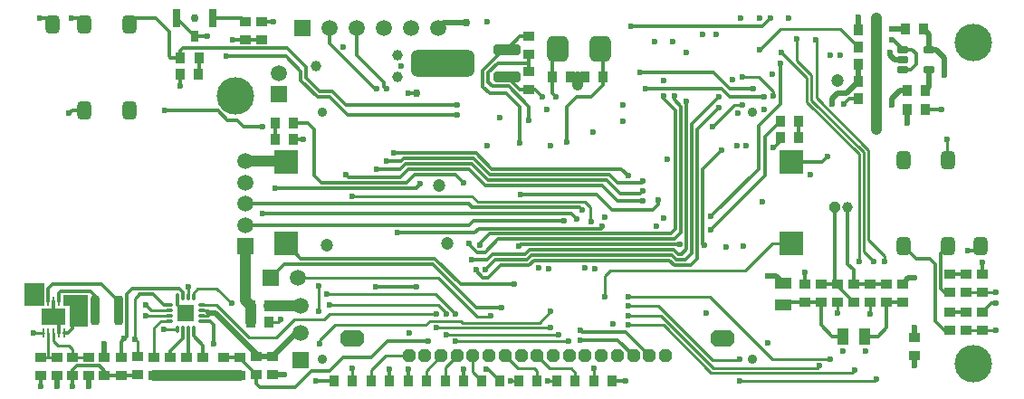
<source format=gtl>
%FSLAX25Y25*%
%MOIN*%
G70*
G01*
G75*
G04 Layer_Physical_Order=1*
G04 Layer_Color=255*
%ADD10R,0.08661X0.05906*%
%ADD11O,0.00984X0.03347*%
%ADD12O,0.03150X0.01181*%
%ADD13O,0.01181X0.03150*%
%ADD14R,0.06299X0.06299*%
%ADD15R,0.03937X0.03543*%
%ADD16C,0.03000*%
G04:AMPARAMS|DCode=17|XSize=236.22mil|YSize=98.43mil|CornerRadius=24.61mil|HoleSize=0mil|Usage=FLASHONLY|Rotation=0.000|XOffset=0mil|YOffset=0mil|HoleType=Round|Shape=RoundedRectangle|*
%AMROUNDEDRECTD17*
21,1,0.23622,0.04921,0,0,0.0*
21,1,0.18701,0.09843,0,0,0.0*
1,1,0.04921,0.09350,-0.02461*
1,1,0.04921,-0.09350,-0.02461*
1,1,0.04921,-0.09350,0.02461*
1,1,0.04921,0.09350,0.02461*
%
%ADD17ROUNDEDRECTD17*%
G04:AMPARAMS|DCode=18|XSize=98.43mil|YSize=39.37mil|CornerRadius=9.84mil|HoleSize=0mil|Usage=FLASHONLY|Rotation=0.000|XOffset=0mil|YOffset=0mil|HoleType=Round|Shape=RoundedRectangle|*
%AMROUNDEDRECTD18*
21,1,0.09843,0.01969,0,0,0.0*
21,1,0.07874,0.03937,0,0,0.0*
1,1,0.01969,0.03937,-0.00984*
1,1,0.01969,-0.03937,-0.00984*
1,1,0.01969,-0.03937,0.00984*
1,1,0.01969,0.03937,0.00984*
%
%ADD18ROUNDEDRECTD18*%
G04:AMPARAMS|DCode=19|XSize=78.74mil|YSize=94.49mil|CornerRadius=19.69mil|HoleSize=0mil|Usage=FLASHONLY|Rotation=180.000|XOffset=0mil|YOffset=0mil|HoleType=Round|Shape=RoundedRectangle|*
%AMROUNDEDRECTD19*
21,1,0.07874,0.05512,0,0,180.0*
21,1,0.03937,0.09449,0,0,180.0*
1,1,0.03937,-0.01969,0.02756*
1,1,0.03937,0.01969,0.02756*
1,1,0.03937,0.01969,-0.02756*
1,1,0.03937,-0.01969,-0.02756*
%
%ADD19ROUNDEDRECTD19*%
%ADD20R,0.03543X0.03937*%
%ADD21R,0.03150X0.06693*%
%ADD22R,0.03150X0.04331*%
%ADD23R,0.09000X0.09000*%
%ADD24R,0.04331X0.05906*%
%ADD25R,0.05906X0.04331*%
G04:AMPARAMS|DCode=26|XSize=51.18mil|YSize=64.96mil|CornerRadius=12.8mil|HoleSize=0mil|Usage=FLASHONLY|Rotation=0.000|XOffset=0mil|YOffset=0mil|HoleType=Round|Shape=RoundedRectangle|*
%AMROUNDEDRECTD26*
21,1,0.05118,0.03937,0,0,0.0*
21,1,0.02559,0.06496,0,0,0.0*
1,1,0.02559,0.01280,-0.01969*
1,1,0.02559,-0.01280,-0.01969*
1,1,0.02559,-0.01280,0.01969*
1,1,0.02559,0.01280,0.01969*
%
%ADD26ROUNDEDRECTD26*%
G04:AMPARAMS|DCode=27|XSize=31.5mil|YSize=106.3mil|CornerRadius=7.87mil|HoleSize=0mil|Usage=FLASHONLY|Rotation=180.000|XOffset=0mil|YOffset=0mil|HoleType=Round|Shape=RoundedRectangle|*
%AMROUNDEDRECTD27*
21,1,0.03150,0.09055,0,0,180.0*
21,1,0.01575,0.10630,0,0,180.0*
1,1,0.01575,-0.00787,0.04528*
1,1,0.01575,0.00787,0.04528*
1,1,0.01575,0.00787,-0.04528*
1,1,0.01575,-0.00787,-0.04528*
%
%ADD27ROUNDEDRECTD27*%
G04:AMPARAMS|DCode=28|XSize=25.59mil|YSize=43.31mil|CornerRadius=6.4mil|HoleSize=0mil|Usage=FLASHONLY|Rotation=90.000|XOffset=0mil|YOffset=0mil|HoleType=Round|Shape=RoundedRectangle|*
%AMROUNDEDRECTD28*
21,1,0.02559,0.03051,0,0,90.0*
21,1,0.01280,0.04331,0,0,90.0*
1,1,0.01280,0.01526,0.00640*
1,1,0.01280,0.01526,-0.00640*
1,1,0.01280,-0.01526,-0.00640*
1,1,0.01280,-0.01526,0.00640*
%
%ADD28ROUNDEDRECTD28*%
%ADD29C,0.01181*%
%ADD30C,0.01969*%
%ADD31C,0.01000*%
%ADD32C,0.03937*%
%ADD33C,0.03902*%
%ADD34C,0.02953*%
%ADD35C,0.03543*%
G04:AMPARAMS|DCode=36|XSize=86.61mil|YSize=59.06mil|CornerRadius=0mil|HoleSize=0mil|Usage=FLASHONLY|Rotation=0.000|XOffset=0mil|YOffset=0mil|HoleType=Round|Shape=Octagon|*
%AMOCTAGOND36*
4,1,8,0.04331,-0.01476,0.04331,0.01476,0.02854,0.02953,-0.02854,0.02953,-0.04331,0.01476,-0.04331,-0.01476,-0.02854,-0.02953,0.02854,-0.02953,0.04331,-0.01476,0.0*
%
%ADD36OCTAGOND36*%

%ADD37P,0.05114X8X22.5*%
%ADD38C,0.13780*%
%ADD39C,0.05906*%
%ADD40R,0.05906X0.05906*%
%ADD41P,0.04261X8X22.5*%
%ADD42C,0.03937*%
%ADD43R,0.05906X0.05906*%
%ADD44C,0.01969*%
%ADD45C,0.02362*%
%ADD46C,0.04724*%
G36*
X24500Y-45500D02*
X18000D01*
Y-38000D01*
X15500D01*
Y-34000D01*
X24500D01*
Y-45500D01*
D02*
G37*
G36*
X8500Y-38000D02*
X1204D01*
Y-29500D01*
X8500D01*
Y-38000D01*
D02*
G37*
D10*
X12000Y-42000D02*
D03*
D11*
X15937Y-47905D02*
D03*
X13969D02*
D03*
X12000D02*
D03*
X10031D02*
D03*
X8063D02*
D03*
Y-36094D02*
D03*
X10031D02*
D03*
X12000D02*
D03*
X13969D02*
D03*
X15937D02*
D03*
D12*
X66405Y-43453D02*
D03*
Y-41484D02*
D03*
Y-39516D02*
D03*
Y-37547D02*
D03*
X54594D02*
D03*
Y-39516D02*
D03*
Y-41484D02*
D03*
Y-43453D02*
D03*
D13*
X63453Y-34595D02*
D03*
X61484D02*
D03*
X59516D02*
D03*
X57547D02*
D03*
Y-46406D02*
D03*
X59516D02*
D03*
X61484D02*
D03*
X63453D02*
D03*
D14*
X60500Y-40500D02*
D03*
D15*
X30700Y-56709D02*
D03*
Y-63402D02*
D03*
X187000Y48346D02*
D03*
Y41654D02*
D03*
Y54654D02*
D03*
Y61347D02*
D03*
X13122Y-56709D02*
D03*
Y-63402D02*
D03*
X19000Y-56709D02*
D03*
Y-63402D02*
D03*
X7122Y-56709D02*
D03*
Y-63402D02*
D03*
X67000Y-56709D02*
D03*
Y-63402D02*
D03*
X61000Y-56709D02*
D03*
Y-63402D02*
D03*
X49000Y-56709D02*
D03*
Y-63402D02*
D03*
X55000Y-56709D02*
D03*
Y-63402D02*
D03*
X36800D02*
D03*
Y-56709D02*
D03*
X42800Y-63346D02*
D03*
Y-56653D02*
D03*
X329000Y-49654D02*
D03*
Y-56346D02*
D03*
X82500Y66847D02*
D03*
Y60154D02*
D03*
X25000Y-63402D02*
D03*
Y-56709D02*
D03*
X324500Y-36402D02*
D03*
Y-29709D02*
D03*
X318500Y-29709D02*
D03*
Y-36402D02*
D03*
X294500Y-36402D02*
D03*
Y-29709D02*
D03*
X288500Y-29709D02*
D03*
Y-36402D02*
D03*
X312500Y-29709D02*
D03*
Y-36402D02*
D03*
X306500Y-29709D02*
D03*
Y-36402D02*
D03*
X300500Y-29709D02*
D03*
Y-36402D02*
D03*
X348000Y-26098D02*
D03*
Y-32791D02*
D03*
Y-40098D02*
D03*
Y-46791D02*
D03*
X354000Y-26098D02*
D03*
Y-32791D02*
D03*
Y-40098D02*
D03*
Y-46791D02*
D03*
X342000Y-32791D02*
D03*
Y-26098D02*
D03*
Y-46791D02*
D03*
Y-40098D02*
D03*
X88500Y66847D02*
D03*
Y60154D02*
D03*
X74500Y-56709D02*
D03*
Y-63402D02*
D03*
X86500Y-63346D02*
D03*
Y-56653D02*
D03*
X80500Y-63402D02*
D03*
Y-56709D02*
D03*
X92500Y-63346D02*
D03*
Y-56653D02*
D03*
D16*
X145500Y40500D02*
D03*
X164000Y66500D02*
D03*
D17*
X155189Y51500D02*
D03*
D18*
X178811Y56500D02*
D03*
Y46500D02*
D03*
D19*
X213374Y56945D02*
D03*
X197626D02*
D03*
D20*
X202346Y46445D02*
D03*
X195653D02*
D03*
X207653D02*
D03*
X214346D02*
D03*
X84654Y-38000D02*
D03*
X91347D02*
D03*
X314846Y38500D02*
D03*
X308154D02*
D03*
X93654Y23500D02*
D03*
X100347D02*
D03*
X286347Y24000D02*
D03*
X279654D02*
D03*
X93654Y29500D02*
D03*
X100347D02*
D03*
X286347Y30000D02*
D03*
X279654D02*
D03*
X314791Y57435D02*
D03*
X308099D02*
D03*
X314791Y63799D02*
D03*
X308099D02*
D03*
X314791Y51071D02*
D03*
X308098D02*
D03*
X314791Y44707D02*
D03*
X308099D02*
D03*
X210966Y-65555D02*
D03*
X217659D02*
D03*
X128841D02*
D03*
X135534D02*
D03*
X121846Y-65555D02*
D03*
X115154D02*
D03*
X149222D02*
D03*
X142528D02*
D03*
X156216Y-65555D02*
D03*
X162909D02*
D03*
X169653Y-65500D02*
D03*
X176347D02*
D03*
X189848D02*
D03*
X183155D02*
D03*
X197278Y-65555D02*
D03*
X203972D02*
D03*
X91347Y-44000D02*
D03*
X84654D02*
D03*
X65402Y53500D02*
D03*
X58709D02*
D03*
X65346Y47500D02*
D03*
X58653D02*
D03*
X326098Y41500D02*
D03*
X332791D02*
D03*
X325598Y64000D02*
D03*
X332291D02*
D03*
X332791Y34500D02*
D03*
X326098D02*
D03*
D21*
X57307Y68000D02*
D03*
X70693D02*
D03*
D22*
X64000Y61504D02*
D03*
D23*
X283500Y-15000D02*
D03*
Y15000D02*
D03*
X97500Y-15000D02*
D03*
Y15000D02*
D03*
D24*
X302563Y-49055D02*
D03*
X310437D02*
D03*
D25*
X280500Y-37492D02*
D03*
Y-29618D02*
D03*
D26*
X11417Y65748D02*
D03*
X39764D02*
D03*
X23228D02*
D03*
X39764Y34252D02*
D03*
X23228D02*
D03*
X341272Y15748D02*
D03*
X324736D02*
D03*
X341272Y-15748D02*
D03*
X324736D02*
D03*
X353083D02*
D03*
D27*
X35831Y-39500D02*
D03*
X27169D02*
D03*
D28*
X324720Y56587D02*
D03*
Y52846D02*
D03*
X324720Y49106D02*
D03*
X334169D02*
D03*
Y56587D02*
D03*
D29*
X19000Y-46100D02*
Y-43500D01*
X17195Y-47905D02*
X19000Y-46100D01*
X15937Y-47905D02*
X17195D01*
X36800Y-63402D02*
X42745D01*
X30700D02*
X36800D01*
X42745D02*
X42800Y-63346D01*
X19000Y-63402D02*
Y-61400D01*
X20400Y-60000D01*
X28900D01*
X30700Y-61800D01*
Y-63402D02*
Y-61800D01*
X36800Y-56709D02*
Y-51200D01*
X38000Y-50000D01*
X48500Y-33500D02*
X52547Y-37547D01*
X43600Y-33500D02*
X48500D01*
X52547Y-37547D02*
X54594D01*
X41000Y-31500D02*
X58221D01*
X38900Y-33600D02*
X41000Y-31500D01*
X38900Y-49100D02*
Y-33600D01*
X38000Y-50000D02*
X38900Y-49100D01*
X320500Y60000D02*
X321307D01*
X324720Y56587D01*
X327913D01*
X329500Y55000D01*
Y51000D02*
Y55000D01*
X327606Y49106D02*
X329500Y51000D01*
X324720Y49106D02*
X327606D01*
X332791Y34500D02*
X339000D01*
X305000Y38500D02*
X308154D01*
X303000Y36500D02*
X305000Y38500D01*
X306500Y-29709D02*
X318500D01*
X306500Y-29709D02*
Y-24500D01*
X304362Y-22362D02*
X306500Y-24500D01*
X304362Y-22362D02*
Y-1575D01*
X299638Y-28846D02*
Y-1575D01*
Y-28846D02*
X300500Y-29709D01*
X288500Y-29709D02*
Y-25500D01*
X310437Y-49055D02*
X315445D01*
X318500Y-46000D01*
Y-36402D01*
X298555Y-49055D02*
X302563D01*
X294500Y-45000D02*
X298555Y-49055D01*
X294500Y-45000D02*
Y-36402D01*
X280500Y-37492D02*
X281591Y-36402D01*
X288500D01*
X288500Y-36402D01*
X294500D01*
Y-29709D02*
X300500D01*
Y-30402D02*
Y-29709D01*
Y-30402D02*
X306500Y-36402D01*
X318500Y-36402D02*
X318500Y-36402D01*
X324500D01*
X339791Y-46791D02*
X342000D01*
X336500Y-43500D02*
X339791Y-46791D01*
X336500Y-43500D02*
Y-22500D01*
X334500Y-20500D02*
X336500Y-22500D01*
X329488Y-20500D02*
X334500D01*
X324736Y-15748D02*
X329488Y-20500D01*
X357098Y-37000D02*
X359000D01*
X354000Y-40098D02*
X357098Y-37000D01*
X342000Y-40098D02*
X348000D01*
X339791Y-32791D02*
X342000D01*
X338500Y-31500D02*
X339791Y-32791D01*
X338500Y-31500D02*
Y-18520D01*
X341272Y-15748D01*
X348500Y-17500D02*
X351331D01*
X353083Y-15748D01*
X354000Y-26098D02*
Y-22000D01*
X342000Y-26098D02*
X348000D01*
X257941Y42059D02*
X261000Y39000D01*
X273500D01*
X255000Y48000D02*
X261000Y42000D01*
X269500D01*
X273000Y65000D02*
X276000Y68000D01*
X224500Y65000D02*
X273000D01*
X19000Y-67500D02*
Y-63402D01*
X7122Y-67378D02*
Y-63402D01*
X228000Y48000D02*
X255000D01*
X230059Y42059D02*
X257941D01*
X230000Y42000D02*
X230059Y42059D01*
X245000Y-17000D02*
Y37500D01*
X279500Y36342D02*
Y51500D01*
X271500Y28343D02*
X279500Y36342D01*
X271500Y12500D02*
Y28343D01*
X254000Y-5000D02*
X271500Y12500D01*
X234500Y-500D02*
Y1000D01*
X274000Y24346D02*
X279654Y30000D01*
X274000Y10000D02*
Y24346D01*
X254000Y-10000D02*
X274000Y10000D01*
X232500Y-2500D02*
X234500Y-500D01*
X217500Y-2500D02*
X232500D01*
X212000Y3000D02*
X217500Y-2500D01*
X184000Y3000D02*
X212000D01*
X219642Y858D02*
X228858D01*
X214000Y6500D02*
X219642Y858D01*
X171000Y6500D02*
X214000D01*
X165032Y12468D02*
X171000Y6500D01*
X171784Y8500D02*
X215500D01*
X165847Y14437D02*
X171784Y8500D01*
X172568Y10500D02*
X216500D01*
X166662Y16406D02*
X172568Y10500D01*
X173352Y12500D02*
X221000D01*
X167478Y18374D02*
X173352Y12500D01*
X215500Y8500D02*
X220500Y3500D01*
X216500Y10500D02*
X219563Y7437D01*
X221000Y12500D02*
X223500Y10000D01*
X220500Y3500D02*
X228000D01*
X219563Y7437D02*
X228437D01*
X229000Y8000D01*
X201000Y22500D02*
Y35500D01*
X204500Y39000D01*
X210000D01*
X214346Y43346D01*
Y46445D01*
X195653Y40346D02*
Y46445D01*
Y40346D02*
X197000Y39000D01*
X179500Y43000D02*
X187000Y35500D01*
Y30500D02*
Y35500D01*
X183500Y22000D02*
Y35500D01*
X189347Y41654D02*
X192000Y39000D01*
X187000Y41654D02*
X189347D01*
X120216Y32500D02*
X160500D01*
X113685Y39031D02*
X120216Y32500D01*
X109185Y39031D02*
X113685D01*
X103032Y45185D02*
X109185Y39031D01*
X119500Y36000D02*
X160500D01*
X105000Y46000D02*
X110000Y41000D01*
X114500D02*
X119500Y36000D01*
X110000Y41000D02*
X114500D01*
X103032Y45185D02*
Y48469D01*
X97500Y54000D02*
X103032Y48469D01*
X75500Y54000D02*
X97500D01*
X105000Y46000D02*
Y50000D01*
X98000Y57000D02*
X105000Y50000D01*
X142500Y40500D02*
X145500D01*
X137126Y18374D02*
X167478D01*
X123500Y54618D02*
Y64500D01*
Y54618D02*
X133559Y44559D01*
Y42941D02*
Y44559D01*
Y42941D02*
X134500Y42000D01*
Y15500D02*
X139932D01*
X140838Y16406D01*
X166662D01*
X113500Y58881D02*
Y64500D01*
Y58881D02*
X130381Y42000D01*
X131000D01*
Y12500D02*
X139716D01*
X141653Y14437D01*
X165847D01*
X228000Y3500D02*
X229000Y4500D01*
X119500Y10500D02*
X120500Y9500D01*
X139500D01*
X142469Y12468D01*
X165032D01*
X59500Y57000D02*
X98000D01*
X58709Y56209D02*
X59500Y57000D01*
X58709Y53500D02*
Y56209D01*
X54500Y54000D02*
Y63000D01*
Y54000D02*
X55000Y53500D01*
X58709D01*
X64000Y61504D02*
X68496D01*
X63803D02*
X64000D01*
X57307Y68000D02*
X63803Y61504D01*
X88500Y66847D02*
X92847D01*
X81346Y68000D02*
X82500Y66847D01*
X70693Y68000D02*
X81346D01*
X7000D02*
X9165D01*
X11417Y65748D01*
X58653Y43154D02*
Y47500D01*
X49500Y68000D02*
X54500Y63000D01*
X42016Y68000D02*
X49500D01*
X39764Y65748D02*
X42016Y68000D01*
X18500D02*
X20976D01*
X23228Y65748D01*
X65346Y47500D02*
X65402Y47555D01*
Y53500D01*
X18752Y34252D02*
X23228D01*
X17500Y33000D02*
X18752Y34252D01*
X53000Y34000D02*
X72418D01*
X75918Y30500D01*
X79500D01*
X82000Y28000D01*
X89000D01*
X82500Y60154D02*
X88500D01*
X78154D02*
X82500D01*
X78000Y60000D02*
X78154Y60154D01*
X93532Y5531D02*
X145531D01*
X147000Y7000D01*
X110500Y7500D02*
X142000D01*
X108000Y10000D02*
X110500Y7500D01*
X108000Y10000D02*
Y27000D01*
X142000Y7500D02*
X145000Y10500D01*
X160000D01*
X100347Y29500D02*
X105500D01*
X108000Y27000D01*
X160000Y10500D02*
X163000Y7500D01*
X100347Y23500D02*
X104000D01*
X93654D02*
Y29500D01*
X166000Y-1500D02*
X205500D01*
X164752Y-252D02*
X166000Y-1500D01*
X82500Y-252D02*
X164752D01*
X166500Y-6500D02*
X200000D01*
X164874Y-8126D02*
X166500Y-6500D01*
X82500Y-8126D02*
X164874D01*
X168637Y-9363D02*
X213637D01*
X167000Y-11000D02*
X168637Y-9363D01*
X138500Y-11000D02*
X167000D01*
X286347Y24000D02*
Y30000D01*
X295000Y15000D02*
X297000Y17000D01*
X283500Y15000D02*
X295000D01*
X135534Y-65555D02*
Y-61034D01*
X142528Y-65555D02*
Y-61028D01*
X162909Y-65555D02*
Y-61091D01*
X171153Y-61154D02*
X172000D01*
X176347Y-65500D01*
X217659Y-65555D02*
X222445D01*
X130500Y-31000D02*
X145500D01*
X12000Y-42000D02*
Y-36094D01*
Y-42000D02*
X13969Y-43968D01*
Y-47905D02*
Y-43968D01*
X58531Y-38532D02*
X60500Y-40500D01*
X57547Y-37547D02*
X58531Y-38532D01*
X57547Y-37547D02*
Y-34595D01*
X59516Y-34595D02*
Y-32795D01*
X58221Y-31500D02*
X59516Y-32795D01*
X214000Y-9000D02*
Y-8500D01*
X213637Y-9363D02*
X214000Y-9000D01*
X135000Y-51000D02*
X150000D01*
X129000Y-57000D02*
X135000Y-51000D01*
X118500Y-57000D02*
X129000D01*
X113500Y-62000D02*
X118500Y-57000D01*
X106854Y-62000D02*
X113500D01*
X100854Y-68000D02*
X106854Y-62000D01*
X88000Y-68000D02*
X100854D01*
X86500Y-66500D02*
X88000Y-68000D01*
X86500Y-66500D02*
Y-63346D01*
X108555Y-65555D02*
X115154D01*
X161784Y-30000D02*
X181500D01*
X152315Y-20531D02*
X161784Y-30000D01*
X103032Y-20531D02*
X152315D01*
X97500Y-15000D02*
X103032Y-20531D01*
X167500Y-38500D02*
X177000D01*
X151500Y-22500D02*
X167500Y-38500D01*
X97000Y-22500D02*
X151500D01*
X92000Y-27500D02*
X97000Y-22500D01*
X214346Y46445D02*
Y55972D01*
X213374Y56945D02*
X214346Y55972D01*
X195653Y46445D02*
Y54972D01*
X197626Y56945D01*
X178500Y40500D02*
X183500Y35500D01*
X172500Y40500D02*
X178500D01*
X170031Y42968D02*
X172500Y40500D01*
X170031Y48815D02*
X177716Y56500D01*
X178811D01*
X170031Y42968D02*
Y48815D01*
X178811Y56500D02*
X183658Y61347D01*
X187000D01*
Y51500D02*
Y54654D01*
Y48346D02*
Y51500D01*
X173500Y43000D02*
X179500D01*
X172000Y44500D02*
X173500Y43000D01*
X172000Y44500D02*
Y48000D01*
X175500Y51500D01*
X187000D01*
X183658Y41654D02*
X187000D01*
X178811Y46500D02*
X183658Y41654D01*
X219587Y-50500D02*
X225433Y-56346D01*
X206000Y-50500D02*
X219587D01*
X222551Y-47559D02*
X231339Y-56346D01*
X206449Y-47559D02*
X222551D01*
X205890Y-47000D02*
X206449Y-47559D01*
X244600Y-23000D02*
X246500D01*
X244468Y-22869D02*
X244600Y-23000D01*
X240401Y-22869D02*
X244468D01*
X238706Y-21174D02*
X240401Y-22869D01*
X188731Y-21174D02*
X238706D01*
X186905Y-23000D02*
X188731Y-21174D01*
X176500Y-23000D02*
X186905D01*
X243300Y-20900D02*
X244600D01*
X174600D02*
X186221D01*
X243268Y-20868D02*
X243300Y-20900D01*
X241185Y-20868D02*
X243268D01*
X239522Y-19206D02*
X241185Y-20868D01*
X187915Y-19206D02*
X239522D01*
X186221Y-20900D02*
X187915Y-19206D01*
X171000Y-24500D02*
X174600Y-20900D01*
X244600D02*
X247031Y-18469D01*
X243100Y-18900D02*
X245000Y-17000D01*
X242000Y-18900D02*
X243100D01*
X240337Y-17237D02*
X242000Y-18900D01*
X187100Y-17237D02*
X240337D01*
X185437Y-18900D02*
X187100Y-17237D01*
X173600Y-18900D02*
X185437D01*
X171500Y-21000D02*
X173600Y-18900D01*
X251000Y-15300D02*
Y12500D01*
Y-15300D02*
X251100Y-15400D01*
X242369Y-15269D02*
X242400Y-15300D01*
X183932Y-15269D02*
X242369D01*
X183300Y-15900D02*
X183932Y-15269D01*
X246500Y-23000D02*
X249000Y-20500D01*
X239169Y-11332D02*
X241000Y-9500D01*
X172669Y-11332D02*
X239169D01*
X240700Y-13300D02*
X243000Y-11000D01*
X169000Y-15000D02*
X172669Y-11332D01*
X175700Y-13300D02*
X240700D01*
X170941Y-18059D02*
X175700Y-13300D01*
X172000Y-27500D02*
X176500Y-23000D01*
X166000Y-21000D02*
X171500D01*
X167940Y-18059D02*
X170941D01*
X165000Y-15119D02*
X167940Y-18059D01*
X165000Y-15119D02*
Y-15000D01*
X169000Y-15500D02*
Y-15000D01*
X89059Y-3941D02*
X202441D01*
X204500Y-6000D01*
X89000Y-4000D02*
X89059Y-3941D01*
X205500Y-1500D02*
X206500Y-2500D01*
X251000Y12500D02*
X258000Y19500D01*
X247031Y29032D02*
X257000Y39000D01*
X247031Y-18469D02*
Y29032D01*
X249000Y27000D02*
X257000Y35000D01*
X249000Y-20500D02*
Y27000D01*
X240500Y38000D02*
X243000Y35500D01*
Y-11000D02*
Y35500D01*
X236500Y38500D02*
X241000Y34000D01*
Y-9500D02*
Y34000D01*
X236500Y38500D02*
Y39500D01*
X240500Y38000D02*
Y39500D01*
X170000Y-27500D02*
X172000D01*
X167500Y-25000D02*
X170000Y-27500D01*
X167500Y-25000D02*
Y-24500D01*
X66405Y-43453D02*
X69453D01*
X71000Y-45000D01*
Y-52000D02*
Y-45000D01*
X74500Y-56709D02*
X80500D01*
Y-57346D02*
Y-56709D01*
Y-57346D02*
X86500Y-63346D01*
X67000Y-56709D02*
Y-52500D01*
X63453Y-48953D02*
X67000Y-52500D01*
X63453Y-48953D02*
Y-46406D01*
X61000Y-56709D02*
X61484Y-56224D01*
Y-46406D01*
X55000Y-56709D02*
Y-54500D01*
X59516Y-49984D01*
Y-46406D01*
X59516Y-34595D02*
X59516Y-34595D01*
X10031Y-36094D02*
Y-31468D01*
X11500Y-30000D01*
X29500D01*
X35831Y-36331D01*
Y-39500D02*
Y-36331D01*
X14500Y-32500D02*
X25500D01*
X13969Y-33031D02*
X14500Y-32500D01*
X13969Y-36094D02*
Y-33031D01*
X25500Y-32500D02*
X27169Y-34169D01*
Y-39500D02*
Y-34169D01*
D30*
X30700Y-56709D02*
Y-51700D01*
X25000Y-67400D02*
Y-63402D01*
X308098Y51071D02*
X308099Y51071D01*
Y44707D02*
Y51071D01*
X298500Y36500D02*
Y38500D01*
X300500Y40500D01*
X303891D01*
X308099Y44707D01*
Y63799D02*
Y68401D01*
X320500Y36000D02*
Y38500D01*
X323500Y41500D01*
X326098D01*
X326098Y29598D02*
Y34500D01*
X332791Y41500D02*
X334169Y42878D01*
Y49106D01*
X340000Y47000D02*
Y53500D01*
X336913Y56587D02*
X340000Y53500D01*
X334169Y56587D02*
X336913D01*
X334169D02*
Y62122D01*
X332291Y64000D02*
X334169Y62122D01*
X320000Y54500D02*
Y55500D01*
Y54500D02*
X321654Y52846D01*
X324720D01*
X320500Y64000D02*
X325598D01*
X329000Y-49654D02*
Y-46000D01*
X13122Y-67378D02*
Y-63402D01*
X153500Y64500D02*
X155500Y66500D01*
X164000D01*
X329000Y-60000D02*
Y-56346D01*
X326709Y-27500D02*
X329000D01*
X324500Y-29709D02*
X326709Y-27500D01*
X275000Y-27000D02*
X277882D01*
X280500Y-29618D01*
X101154Y-48000D02*
X103000D01*
X92500Y-56653D02*
X101154Y-48000D01*
X86500Y-56653D02*
Y-55500D01*
X71500Y-40500D02*
X86500Y-55500D01*
X68984Y-40500D02*
X71500D01*
X92500Y-63346D02*
X96846D01*
X86500Y-56653D02*
X86500Y-56653D01*
X92500D01*
D31*
X42800Y-56653D02*
Y-51000D01*
X41900Y-50100D02*
X42800Y-51000D01*
X41900Y-35200D02*
X43600Y-33500D01*
X41900Y-50100D02*
Y-35200D01*
X46000Y-37500D02*
X48016Y-39516D01*
X46016Y-41484D02*
X54594D01*
X48016Y-39516D02*
X54594D01*
X312000Y-13500D02*
X318000Y-19500D01*
Y-21500D02*
Y-19500D01*
X354000Y-32791D02*
X358791D01*
X310213Y-17713D02*
Y18760D01*
Y-17713D02*
X314000Y-21500D01*
X354000Y-46791D02*
X358791D01*
X341000Y16020D02*
X341272Y15748D01*
X341000Y16020D02*
Y23500D01*
X300500Y-40500D02*
Y-36402D01*
X312500Y-41000D02*
Y-36402D01*
X348000Y-46791D02*
X348000Y-46791D01*
X354000D01*
X354000Y-32791D02*
X354000Y-32791D01*
X348000Y-32791D02*
X354000D01*
X312000Y-13500D02*
Y19500D01*
X292787Y38713D02*
X312000Y19500D01*
X292787Y38713D02*
Y59713D01*
X292500Y60000D02*
X292787Y59713D01*
X289213Y37232D02*
X308425Y18019D01*
X283713Y51760D02*
X289213Y46260D01*
Y37232D02*
Y46260D01*
X285500Y52500D02*
X291000Y47000D01*
Y37972D02*
Y47000D01*
Y37972D02*
X310213Y18760D01*
X280000Y55500D02*
X283713Y51787D01*
Y51760D02*
Y51787D01*
X285500Y52500D02*
Y60500D01*
X308425Y-21575D02*
Y18019D01*
X301534Y64000D02*
X308099Y57435D01*
X279405Y64000D02*
X301534D01*
X271953Y56547D02*
X279405Y64000D01*
X265500Y46500D02*
X271500D01*
X276941Y41059D01*
Y39441D02*
Y41059D01*
X254500Y28000D02*
X262500Y36000D01*
X265500D01*
X168122Y378D02*
X207622D01*
X166000Y2500D02*
X168122Y378D01*
X122000Y2500D02*
X166000D01*
X279654Y23154D02*
Y24000D01*
X277000Y20500D02*
X279654Y23154D01*
X276500Y-15000D02*
X283500D01*
X266500Y-25000D02*
X276500Y-15000D01*
X217000Y-25000D02*
X266500D01*
X215000Y-27000D02*
X217000Y-25000D01*
X215000Y-34500D02*
Y-27000D01*
X209500Y-6500D02*
X209746Y-6746D01*
X209500Y-6500D02*
Y-1500D01*
X207622Y378D02*
X209500Y-1500D01*
X109500Y-40000D02*
Y-30500D01*
X94500Y-44000D02*
X95500Y-43000D01*
X91347Y-44000D02*
X94500D01*
X61500Y-34579D02*
Y-31000D01*
X61484Y-34595D02*
X61500Y-34579D01*
X65000Y-31500D02*
X72000D01*
X63453Y-33047D02*
X65000Y-31500D01*
X63453Y-34595D02*
Y-33047D01*
X72000Y-31500D02*
X77500Y-37000D01*
X153500Y-37500D02*
X156500Y-40500D01*
X113500Y-37500D02*
X153500D01*
X110000Y-52000D02*
Y-50500D01*
X115500Y-45000D01*
X172500Y-42000D02*
X173000Y-41500D01*
X168000Y-42000D02*
X172500D01*
X153500Y-27500D02*
X168000Y-42000D01*
X102000Y-27500D02*
X153500D01*
X113500Y-41000D02*
X153000D01*
X66405Y-37547D02*
X72047D01*
X84000Y-49500D01*
X94000D01*
X100500Y-43000D01*
X111500D01*
X113500Y-41000D01*
X112500Y-33500D02*
X152500D01*
X160000Y-41000D01*
X156500D02*
Y-40500D01*
X115500Y-45000D02*
X149000D01*
X160000Y-51000D02*
X201500D01*
X149000Y-45000D02*
X150469Y-43532D01*
X162031D01*
X162713Y-44213D01*
X190787D01*
X195000Y-40000D01*
X153000Y-46000D02*
X195000D01*
X156500Y-48500D02*
X198000D01*
X182773Y-60930D02*
X188798D01*
X178189Y-56346D02*
X182773Y-60930D01*
X188798D02*
X189848Y-61980D01*
Y-65500D02*
Y-61980D01*
X183133Y-65478D02*
X183155Y-65500D01*
X180027Y-65478D02*
X183133D01*
X180027D02*
X180087Y-65418D01*
X190000Y-56346D02*
X194525Y-60871D01*
X202468D01*
X121846Y-65555D02*
X122000Y-65402D01*
Y-61000D01*
X134153Y-56346D02*
X142756D01*
X128841Y-61659D02*
X134153Y-56346D01*
X128841Y-65555D02*
Y-61659D01*
X149222Y-65555D02*
Y-61692D01*
X154567Y-56346D01*
X156216Y-65555D02*
Y-60603D01*
X160473Y-56346D01*
X166378Y-62224D02*
X169653Y-65500D01*
X166378Y-62224D02*
Y-56346D01*
X197230Y-65506D02*
X197278Y-65555D01*
X193960Y-65506D02*
X197230D01*
X203972Y-65555D02*
Y-62375D01*
X202468Y-60871D02*
X203972Y-62375D01*
X210966Y-65555D02*
Y-60880D01*
X210975Y-60871D01*
X236500Y-45000D02*
X254000Y-62500D01*
X223500Y-45000D02*
X236500D01*
X235528Y-41500D02*
X254740Y-60713D01*
X223500Y-41500D02*
X235528D01*
X234556Y-38000D02*
X254556Y-58000D01*
X223500Y-38000D02*
X234556D01*
X253500Y-34500D02*
X276500Y-57500D01*
X223500Y-34500D02*
X253500D01*
X276500Y-57500D02*
X298000D01*
X254556Y-58000D02*
X264500D01*
X314500Y-65500D02*
X315000Y-65000D01*
X264500Y-65500D02*
X314500D01*
X264500Y-58000D02*
Y-57500D01*
X254740Y-60713D02*
X293287D01*
X294000Y-60000D01*
X306000Y-62500D02*
X307000Y-61500D01*
X254000Y-62500D02*
X306000D01*
X68984Y-40500D02*
Y-39516D01*
Y-41484D02*
Y-40500D01*
X66405Y-39516D02*
X68984D01*
X66405Y-41484D02*
X68984D01*
X4594Y-47905D02*
X8063D01*
X19000Y-56709D02*
Y-54000D01*
X17500Y-52500D02*
X19000Y-54000D01*
X13500Y-52500D02*
X17500D01*
X12000Y-51000D02*
X13500Y-52500D01*
X12000Y-51000D02*
Y-47905D01*
X7122Y-56709D02*
X10000D01*
X13122D01*
X10000D02*
X10031Y-56677D01*
Y-47905D01*
X49000Y-56709D02*
Y-46000D01*
X51547Y-43453D01*
X54594D01*
X52595Y-46406D02*
X57547D01*
X19000Y-56709D02*
X25000D01*
D32*
X314791Y57435D02*
Y63799D01*
Y68291D01*
Y51071D02*
Y57435D01*
Y44707D02*
Y51071D01*
Y27209D02*
Y44707D01*
X82500Y15496D02*
X97004D01*
X97500Y15000D01*
X91347Y-38000D02*
X103000D01*
X74500Y-63402D02*
X80500D01*
X67000D02*
X74500D01*
X61000D02*
X67000D01*
X55000D02*
X61000D01*
X49000D02*
X55000D01*
X205000Y43500D02*
Y46445D01*
X82500Y-35846D02*
Y-16000D01*
Y-35846D02*
X84654Y-38000D01*
Y-44000D02*
Y-38000D01*
D33*
X138500Y46504D02*
D03*
Y54496D02*
D03*
X108500Y50500D02*
D03*
D34*
X64000Y68000D02*
D03*
D35*
X110866Y33417D02*
D03*
Y-57528D02*
D03*
X269134Y33417D02*
D03*
Y-57528D02*
D03*
D36*
X258110Y-49850D02*
D03*
X121890D02*
D03*
D37*
X142756Y-56346D02*
D03*
X148661D02*
D03*
X154567D02*
D03*
X160473D02*
D03*
X166378D02*
D03*
X172283D02*
D03*
X178189D02*
D03*
X184095D02*
D03*
X190000D02*
D03*
X195905D02*
D03*
X201811D02*
D03*
X207716D02*
D03*
X213622D02*
D03*
X219528D02*
D03*
X225433D02*
D03*
X231339D02*
D03*
X237244D02*
D03*
D38*
X350394Y-59055D02*
D03*
Y59055D02*
D03*
X78740Y39370D02*
D03*
D39*
X95000Y47874D02*
D03*
X82500Y-8126D02*
D03*
Y-252D02*
D03*
Y7622D02*
D03*
Y15496D02*
D03*
X102000Y-27500D02*
D03*
X153500Y64500D02*
D03*
X143500D02*
D03*
X133500D02*
D03*
X123500D02*
D03*
X113500D02*
D03*
X103000Y-38000D02*
D03*
Y-48000D02*
D03*
D40*
X95000Y40000D02*
D03*
X82500Y-16000D02*
D03*
X103000Y-58000D02*
D03*
D41*
X299638Y-1575D02*
D03*
D42*
X304362D02*
D03*
D43*
X92000Y-27500D02*
D03*
X103500Y64500D02*
D03*
D44*
X12000Y-42000D02*
D03*
X9047Y-43378D02*
D03*
Y-40622D02*
D03*
X14953D02*
D03*
Y-43378D02*
D03*
X58531Y-38532D02*
D03*
X62468D02*
D03*
Y-42469D02*
D03*
X58531D02*
D03*
X60500Y-40500D02*
D03*
D45*
X25000Y-67400D02*
D03*
X41900Y-50100D02*
D03*
X210653Y26153D02*
D03*
X298500Y36500D02*
D03*
X308099Y68401D02*
D03*
X320500Y36000D02*
D03*
X326098Y29598D02*
D03*
X340000Y47000D02*
D03*
X320500Y60000D02*
D03*
X320000Y55500D02*
D03*
X320500Y64000D02*
D03*
X314791Y68291D02*
D03*
Y27209D02*
D03*
X339000Y34500D02*
D03*
X303000Y36500D02*
D03*
X318000Y-21500D02*
D03*
X358791Y-32791D02*
D03*
X314000Y-21500D02*
D03*
X358791Y-46791D02*
D03*
X329000Y-46000D02*
D03*
X341000Y23500D02*
D03*
X300500Y-40500D02*
D03*
X312500Y-41000D02*
D03*
X308425Y-21575D02*
D03*
X288500Y-25500D02*
D03*
X359000Y-37000D02*
D03*
X348500Y-17500D02*
D03*
X354000Y-22000D02*
D03*
X292500Y60000D02*
D03*
X285500Y60500D02*
D03*
X280000Y55500D02*
D03*
X271953Y56547D02*
D03*
X265500Y46500D02*
D03*
X276941Y39441D02*
D03*
X273500Y39000D02*
D03*
X254500Y28000D02*
D03*
X265500Y36000D02*
D03*
X269500Y42000D02*
D03*
X262000Y45500D02*
D03*
X298000Y54500D02*
D03*
X251000Y62000D02*
D03*
X272000Y68000D02*
D03*
X282500D02*
D03*
X265000D02*
D03*
X255783Y62217D02*
D03*
X245000Y55500D02*
D03*
X30700Y-51700D02*
D03*
X19000Y-67500D02*
D03*
X7122Y-67378D02*
D03*
X13122D02*
D03*
X228000Y48000D02*
D03*
X230000Y42000D02*
D03*
X276500Y47500D02*
D03*
X301500Y54500D02*
D03*
X236500Y45000D02*
D03*
X245000Y37500D02*
D03*
X233154Y59346D02*
D03*
X239846Y59346D02*
D03*
X238000Y16000D02*
D03*
X264000Y33000D02*
D03*
X263500Y21000D02*
D03*
X267000D02*
D03*
X273500Y34500D02*
D03*
X279500Y51500D02*
D03*
X254000Y-5000D02*
D03*
X234500Y1000D02*
D03*
X254000Y-10000D02*
D03*
X184000Y3000D02*
D03*
X236500Y-5500D02*
D03*
X234000Y-8500D02*
D03*
X215047Y-5047D02*
D03*
X221500Y36000D02*
D03*
Y30000D02*
D03*
X201000Y22500D02*
D03*
X197000Y39000D02*
D03*
X195000Y21000D02*
D03*
X193654Y34347D02*
D03*
X187000Y30500D02*
D03*
X183500Y22000D02*
D03*
X192000Y39000D02*
D03*
X171555Y66945D02*
D03*
X276000Y68000D02*
D03*
X224500Y65000D02*
D03*
X160500Y32500D02*
D03*
X75500Y54000D02*
D03*
X160500Y36000D02*
D03*
X176347Y31346D02*
D03*
X171500Y21000D02*
D03*
X137126Y18374D02*
D03*
X142500Y40500D02*
D03*
X223500Y10000D02*
D03*
X134500Y42000D02*
D03*
Y15500D02*
D03*
X229000Y8000D02*
D03*
X131000Y42000D02*
D03*
Y12500D02*
D03*
X229000Y4500D02*
D03*
X119500Y10500D02*
D03*
X228858Y858D02*
D03*
X140000Y50500D02*
D03*
X118500Y57500D02*
D03*
X68496Y61504D02*
D03*
X92847Y66847D02*
D03*
X7000Y68000D02*
D03*
X58653Y43154D02*
D03*
X18500Y68000D02*
D03*
X17500Y33000D02*
D03*
X53000Y34000D02*
D03*
X89000Y28000D02*
D03*
X78000Y60000D02*
D03*
X93532Y5531D02*
D03*
X147000Y7000D02*
D03*
X163000Y7500D02*
D03*
X104000Y23500D02*
D03*
X277000Y20500D02*
D03*
X297000Y17000D02*
D03*
X290500Y10500D02*
D03*
X272930Y430D02*
D03*
X266000Y-16000D02*
D03*
X259500Y-16055D02*
D03*
X329000Y-60000D02*
D03*
Y-27500D02*
D03*
X311055Y-54445D02*
D03*
X274933Y-51567D02*
D03*
X275000Y-27000D02*
D03*
X215000Y-34500D02*
D03*
X252346Y-40653D02*
D03*
X218000Y-44500D02*
D03*
X135534Y-61034D02*
D03*
X142528Y-61028D02*
D03*
X162909Y-61091D02*
D03*
X171153Y-61154D02*
D03*
X222445Y-65555D02*
D03*
X209746Y-6746D02*
D03*
X122000Y2500D02*
D03*
X130500Y-31000D02*
D03*
X109500Y-30500D02*
D03*
Y-40000D02*
D03*
X95500Y-43000D02*
D03*
X143000Y-48000D02*
D03*
X138500Y-11000D02*
D03*
X145500Y-31000D02*
D03*
X38000Y-50000D02*
D03*
X61500Y-31000D02*
D03*
X112500Y-33500D02*
D03*
X77500Y-37000D02*
D03*
X113500Y-37500D02*
D03*
X110000Y-52000D02*
D03*
X214000Y-8500D02*
D03*
X150000Y-51000D02*
D03*
X108555Y-65555D02*
D03*
X181500Y-30000D02*
D03*
X177000Y-38500D02*
D03*
X173000Y-41500D02*
D03*
X96846Y-63346D02*
D03*
X160000Y-41000D02*
D03*
Y-51000D02*
D03*
X156500Y-41000D02*
D03*
X153000D02*
D03*
X156500Y-48500D02*
D03*
X153000Y-46000D02*
D03*
X195000Y-40000D02*
D03*
Y-46000D02*
D03*
X198000Y-48500D02*
D03*
X201500Y-51000D02*
D03*
X207500Y-24000D02*
D03*
X190500D02*
D03*
X71000Y-63500D02*
D03*
X205000Y43500D02*
D03*
X206000Y-50500D02*
D03*
X205890Y-47000D02*
D03*
X194079Y-24021D02*
D03*
X211300Y-24100D02*
D03*
X251600Y-15400D02*
D03*
X242400Y-15300D02*
D03*
X183300Y-15900D02*
D03*
X180087Y-65418D02*
D03*
X122000Y-61000D02*
D03*
X193960Y-65506D02*
D03*
X210975Y-60871D02*
D03*
X223500Y-45000D02*
D03*
Y-41500D02*
D03*
Y-38000D02*
D03*
Y-34500D02*
D03*
X169000Y-15500D02*
D03*
X204500Y-6000D02*
D03*
X89000Y-4000D02*
D03*
X200000Y-6500D02*
D03*
X206500Y-2500D02*
D03*
X298000Y-57500D02*
D03*
X315000Y-65000D02*
D03*
X264500Y-65500D02*
D03*
Y-57500D02*
D03*
X294000Y-60000D02*
D03*
X307000Y-61500D02*
D03*
X302394Y-54394D02*
D03*
X258000Y19500D02*
D03*
X236500Y39500D02*
D03*
X240500D02*
D03*
X257000Y39000D02*
D03*
Y35000D02*
D03*
X165000Y-15000D02*
D03*
X166000Y-21000D02*
D03*
X167500Y-24500D02*
D03*
X171000D02*
D03*
X71000Y-52000D02*
D03*
X22500Y-43500D02*
D03*
X19000D02*
D03*
X22500Y-40000D02*
D03*
X19000D02*
D03*
X22500Y-36000D02*
D03*
X19000D02*
D03*
X4594Y-47905D02*
D03*
X46000Y-37500D02*
D03*
X46016Y-41484D02*
D03*
X52595Y-46406D02*
D03*
X4500Y-36000D02*
D03*
Y-32000D02*
D03*
D46*
X300500Y45000D02*
D03*
X154000Y6500D02*
D03*
X157000Y-15000D02*
D03*
X112598Y-15598D02*
D03*
M02*

</source>
